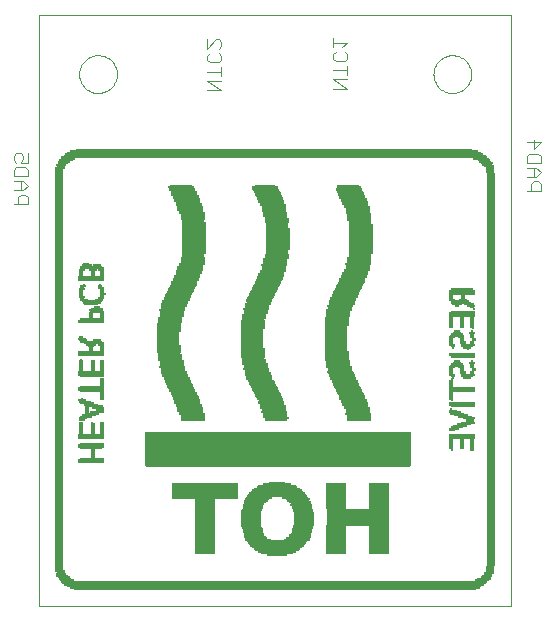
<source format=gbo>
G75*
%MOIN*%
%OFA0B0*%
%FSLAX24Y24*%
%IPPOS*%
%LPD*%
%AMOC8*
5,1,8,0,0,1.08239X$1,22.5*
%
%ADD10C,0.0039*%
%ADD11R,1.3398X0.0050*%
%ADD12R,1.3698X0.0050*%
%ADD13R,1.3848X0.0050*%
%ADD14R,1.4048X0.0050*%
%ADD15R,1.4148X0.0050*%
%ADD16R,1.4248X0.0050*%
%ADD17R,0.0500X0.0050*%
%ADD18R,0.0400X0.0050*%
%ADD19R,0.0450X0.0050*%
%ADD20R,0.0400X0.0050*%
%ADD21R,0.0350X0.0050*%
%ADD22R,0.0400X0.0050*%
%ADD23R,0.0350X0.0050*%
%ADD24R,0.0350X0.0050*%
%ADD25R,0.0300X0.0050*%
%ADD26R,0.0300X0.0050*%
%ADD27R,0.0300X0.0050*%
%ADD28R,0.0250X0.0050*%
%ADD29R,0.0300X0.0050*%
%ADD30R,0.0650X0.0050*%
%ADD31R,0.0650X0.0050*%
%ADD32R,0.1050X0.0050*%
%ADD33R,0.0700X0.0050*%
%ADD34R,0.1250X0.0050*%
%ADD35R,0.0650X0.0050*%
%ADD36R,0.0700X0.0050*%
%ADD37R,0.1450X0.0050*%
%ADD38R,0.0700X0.0050*%
%ADD39R,0.1550X0.0050*%
%ADD40R,0.1700X0.0050*%
%ADD41R,0.1800X0.0050*%
%ADD42R,0.1850X0.0050*%
%ADD43R,0.1950X0.0050*%
%ADD44R,0.2050X0.0050*%
%ADD45R,0.0850X0.0050*%
%ADD46R,0.0750X0.0050*%
%ADD47R,0.0800X0.0050*%
%ADD48R,0.0750X0.0050*%
%ADD49R,0.0750X0.0050*%
%ADD50R,0.0700X0.0050*%
%ADD51R,0.0750X0.0050*%
%ADD52R,0.0700X0.0050*%
%ADD53R,0.0700X0.0050*%
%ADD54R,0.0700X0.0050*%
%ADD55R,0.0650X0.0050*%
%ADD56R,0.2100X0.0050*%
%ADD57R,0.0700X0.0050*%
%ADD58R,0.2100X0.0050*%
%ADD59R,0.2100X0.0050*%
%ADD60R,0.2100X0.0050*%
%ADD61R,0.0800X0.0050*%
%ADD62R,0.0750X0.0050*%
%ADD63R,0.0800X0.0050*%
%ADD64R,0.0800X0.0050*%
%ADD65R,0.2200X0.0050*%
%ADD66R,0.0850X0.0050*%
%ADD67R,0.2050X0.0050*%
%ADD68R,0.2200X0.0050*%
%ADD69R,0.1950X0.0050*%
%ADD70R,0.2200X0.0050*%
%ADD71R,0.1750X0.0050*%
%ADD72R,0.2200X0.0050*%
%ADD73R,0.1650X0.0050*%
%ADD74R,0.1550X0.0050*%
%ADD75R,0.1350X0.0050*%
%ADD76R,0.0950X0.0050*%
%ADD77R,0.0550X0.0050*%
%ADD78R,0.8799X0.0050*%
%ADD79R,0.8899X0.0050*%
%ADD80R,0.0850X0.0050*%
%ADD81R,0.8899X0.0050*%
%ADD82R,0.8899X0.0050*%
%ADD83R,0.0150X0.0050*%
%ADD84R,0.8899X0.0050*%
%ADD85R,0.0150X0.0050*%
%ADD86R,0.0150X0.0050*%
%ADD87R,0.0100X0.0050*%
%ADD88R,0.0150X0.0050*%
%ADD89R,0.0150X0.0050*%
%ADD90R,0.0850X0.0050*%
%ADD91R,0.0150X0.0050*%
%ADD92R,0.0850X0.0050*%
%ADD93R,0.0150X0.0050*%
%ADD94R,0.0200X0.0050*%
%ADD95R,0.0350X0.0050*%
%ADD96R,0.0450X0.0050*%
%ADD97R,0.0100X0.0050*%
%ADD98R,0.0200X0.0050*%
%ADD99R,0.0800X0.0050*%
%ADD100R,0.0800X0.0050*%
%ADD101R,0.0800X0.0050*%
%ADD102R,0.0400X0.0050*%
%ADD103R,0.0800X0.0050*%
%ADD104R,0.0450X0.0050*%
%ADD105R,0.0500X0.0050*%
%ADD106R,0.0500X0.0050*%
%ADD107R,0.0450X0.0050*%
%ADD108R,0.0850X0.0050*%
%ADD109R,0.0250X0.0050*%
%ADD110R,0.0250X0.0050*%
%ADD111R,0.0850X0.0050*%
%ADD112R,0.0050X0.0050*%
%ADD113R,0.0600X0.0050*%
%ADD114R,0.0450X0.0050*%
%ADD115R,0.0850X0.0050*%
%ADD116R,0.0250X0.0050*%
%ADD117R,0.0100X0.0050*%
%ADD118R,0.0100X0.0050*%
%ADD119R,0.0900X0.0050*%
%ADD120R,0.0900X0.0050*%
%ADD121R,0.0900X0.0050*%
%ADD122R,0.0900X0.0050*%
%ADD123R,0.0900X0.0050*%
%ADD124R,0.0100X0.0050*%
%ADD125R,0.0050X0.0050*%
%ADD126R,0.0200X0.0050*%
%ADD127R,0.0900X0.0050*%
%ADD128R,0.0200X0.0050*%
%ADD129R,0.0200X0.0050*%
%ADD130R,0.0150X0.0050*%
%ADD131R,0.0200X0.0050*%
%ADD132R,0.0450X0.0050*%
%ADD133R,0.0050X0.0050*%
%ADD134R,0.0050X0.0050*%
%ADD135R,0.0200X0.0050*%
%ADD136R,0.0200X0.0050*%
%ADD137R,0.0750X0.0050*%
%ADD138R,0.0400X0.0050*%
%ADD139R,0.0500X0.0050*%
%ADD140R,0.0450X0.0050*%
%ADD141R,0.0600X0.0050*%
%ADD142R,0.0600X0.0050*%
%ADD143R,0.0250X0.0050*%
%ADD144R,0.0750X0.0050*%
%ADD145R,0.0400X0.0050*%
%ADD146R,0.0550X0.0050*%
%ADD147R,1.4098X0.0050*%
%ADD148R,1.3948X0.0050*%
%ADD149R,1.3648X0.0050*%
%ADD150R,1.3248X0.0050*%
%ADD151C,0.0040*%
%ADD152C,0.0000*%
D10*
X001158Y000120D02*
X016906Y000120D01*
X016906Y019805D01*
X001158Y019805D01*
X001158Y000120D01*
D11*
X009032Y000670D03*
D12*
X009032Y000720D03*
D13*
X009007Y000770D03*
X009007Y015218D03*
D14*
X009007Y000820D03*
D15*
X009007Y000870D03*
D16*
X009007Y000920D03*
X009007Y015068D03*
D17*
X002133Y015018D03*
X002083Y000970D03*
X015332Y006169D03*
X015932Y000970D03*
D18*
X015482Y006369D03*
X015082Y008169D03*
X015432Y008769D03*
X003133Y006719D03*
X002033Y001020D03*
D19*
X002058Y014968D03*
X016007Y001020D03*
D20*
X015082Y006069D03*
X016032Y014918D03*
X002683Y006919D03*
X001983Y001070D03*
X001983Y014918D03*
D21*
X002908Y008819D03*
X015107Y010168D03*
X015507Y010168D03*
X016157Y014768D03*
X016157Y001220D03*
X016057Y001070D03*
D22*
X015432Y007769D03*
X016082Y014868D03*
X001933Y001120D03*
D23*
X001958Y014868D03*
X016107Y001120D03*
D24*
X016107Y014818D03*
X002758Y011468D03*
X001858Y014718D03*
X001908Y014818D03*
X001858Y001270D03*
X001908Y001170D03*
D25*
X001833Y001370D03*
X001833Y001520D03*
X001833Y001869D03*
X001833Y002019D03*
X001833Y002119D03*
X001833Y002219D03*
X001833Y002369D03*
X001833Y002469D03*
X001833Y002619D03*
X001833Y002969D03*
X001833Y003069D03*
X001833Y003219D03*
X001833Y003319D03*
X001833Y003469D03*
X001833Y003569D03*
X001833Y003919D03*
X001833Y004069D03*
X001833Y004169D03*
X001833Y004319D03*
X001833Y004419D03*
X001833Y004519D03*
X001833Y004669D03*
X001833Y005019D03*
X001833Y005169D03*
X001833Y005269D03*
X001833Y005369D03*
X001833Y005519D03*
X001833Y005619D03*
X001833Y005769D03*
X001833Y006119D03*
X001833Y006219D03*
X001833Y006369D03*
X001833Y006469D03*
X001833Y006619D03*
X001833Y006719D03*
X001833Y007069D03*
X001833Y007219D03*
X001833Y007319D03*
X001833Y007469D03*
X001833Y007569D03*
X001833Y007669D03*
X001833Y007819D03*
X001833Y008169D03*
X001833Y008319D03*
X001833Y008419D03*
X001833Y008519D03*
X001833Y008669D03*
X001833Y008769D03*
X001833Y008919D03*
X001833Y009269D03*
X001833Y009369D03*
X001833Y009519D03*
X001833Y009618D03*
X001833Y009768D03*
X001833Y009868D03*
X001833Y010218D03*
X001833Y010368D03*
X001833Y010468D03*
X001833Y010618D03*
X001833Y010718D03*
X001833Y010818D03*
X001833Y010968D03*
X001833Y011318D03*
X001833Y011468D03*
X001833Y011568D03*
X001833Y011668D03*
X001833Y011818D03*
X001833Y011918D03*
X001833Y012068D03*
X001833Y012418D03*
X001833Y012518D03*
X001833Y012668D03*
X001833Y012768D03*
X001833Y012918D03*
X001833Y013018D03*
X001833Y013368D03*
X001833Y013518D03*
X001833Y013618D03*
X001833Y013768D03*
X001833Y013868D03*
X001833Y013968D03*
X001833Y014118D03*
X001833Y014468D03*
X001833Y014618D03*
X003183Y006619D03*
X002633Y006369D03*
X016132Y001170D03*
X016182Y001270D03*
X016182Y001370D03*
X016232Y001520D03*
X016232Y001869D03*
X016232Y002019D03*
X016232Y002119D03*
X016232Y002219D03*
X016232Y002369D03*
X016232Y002469D03*
X016232Y002619D03*
X016232Y002969D03*
X016232Y003069D03*
X016232Y003219D03*
X016232Y003319D03*
X016232Y003469D03*
X016232Y003569D03*
X016232Y003919D03*
X016232Y004069D03*
X016232Y004169D03*
X016232Y004319D03*
X016232Y004419D03*
X016232Y004519D03*
X016232Y004669D03*
X016232Y005019D03*
X016232Y005169D03*
X016232Y005269D03*
X016232Y005369D03*
X016232Y005519D03*
X016232Y005619D03*
X016232Y005769D03*
X016232Y006119D03*
X016232Y006219D03*
X016232Y006369D03*
X016232Y006469D03*
X016232Y006619D03*
X016232Y006719D03*
X016232Y007069D03*
X016232Y007219D03*
X016232Y007319D03*
X016232Y007469D03*
X016232Y007569D03*
X016232Y007669D03*
X016232Y007819D03*
X016232Y008169D03*
X016232Y008319D03*
X016232Y008419D03*
X016232Y008519D03*
X016232Y008669D03*
X016232Y008769D03*
X016232Y008919D03*
X016232Y009269D03*
X016232Y009369D03*
X016232Y009519D03*
X016232Y009618D03*
X016232Y009768D03*
X016232Y009868D03*
X016232Y010218D03*
X016232Y010368D03*
X016232Y010468D03*
X016232Y010618D03*
X016232Y010718D03*
X016232Y010818D03*
X016232Y010968D03*
X016232Y011318D03*
X016232Y011468D03*
X016232Y011568D03*
X016232Y011668D03*
X016232Y011818D03*
X016232Y011918D03*
X016232Y012068D03*
X016232Y012418D03*
X016232Y012518D03*
X016232Y012668D03*
X016232Y012768D03*
X016232Y012918D03*
X016232Y013018D03*
X016232Y013368D03*
X016232Y013518D03*
X016232Y013618D03*
X016232Y013768D03*
X016232Y013868D03*
X016232Y013968D03*
X016232Y014118D03*
X016232Y014468D03*
X016182Y014618D03*
X016182Y014718D03*
D26*
X016232Y014418D03*
X016232Y014318D03*
X016232Y014268D03*
X016232Y014168D03*
X016232Y014018D03*
X016232Y013818D03*
X016232Y013668D03*
X016232Y013468D03*
X016232Y013318D03*
X016232Y013218D03*
X016232Y013168D03*
X016232Y013068D03*
X016232Y012868D03*
X016232Y012718D03*
X016232Y012568D03*
X016232Y012368D03*
X016232Y012268D03*
X016232Y012218D03*
X016232Y012118D03*
X016232Y011968D03*
X016232Y011768D03*
X016232Y011618D03*
X016232Y011418D03*
X016232Y011268D03*
X016232Y011168D03*
X016232Y011118D03*
X016232Y011018D03*
X016232Y010868D03*
X016232Y010668D03*
X016232Y010518D03*
X016232Y010318D03*
X016232Y010168D03*
X016232Y010068D03*
X016232Y010018D03*
X016232Y009918D03*
X016232Y009718D03*
X016232Y009569D03*
X016232Y009419D03*
X016232Y009219D03*
X016232Y009119D03*
X016232Y009069D03*
X016232Y008969D03*
X016232Y008819D03*
X016232Y008619D03*
X016232Y008469D03*
X016232Y008269D03*
X016232Y008119D03*
X016232Y008019D03*
X016232Y007969D03*
X016232Y007869D03*
X016232Y007719D03*
X016232Y007519D03*
X016232Y007369D03*
X016232Y007169D03*
X016232Y007019D03*
X016232Y006919D03*
X016232Y006869D03*
X016232Y006769D03*
X016232Y006569D03*
X016232Y006419D03*
X016232Y006269D03*
X016232Y006069D03*
X016232Y005969D03*
X016232Y005919D03*
X016232Y005819D03*
X016232Y005669D03*
X016232Y005469D03*
X016232Y005319D03*
X016232Y005119D03*
X016232Y004969D03*
X016232Y004869D03*
X016232Y004819D03*
X016232Y004719D03*
X016232Y004569D03*
X016232Y004369D03*
X016232Y004219D03*
X016232Y004019D03*
X016232Y003869D03*
X016232Y003769D03*
X016232Y003719D03*
X016232Y003619D03*
X016232Y003419D03*
X016232Y003269D03*
X016232Y003119D03*
X016232Y002919D03*
X016232Y002819D03*
X016232Y002769D03*
X016232Y002669D03*
X016232Y002519D03*
X016232Y002319D03*
X016232Y002169D03*
X016232Y001969D03*
X016232Y001819D03*
X016232Y001719D03*
X016232Y001669D03*
X016232Y001570D03*
X015532Y006269D03*
X015432Y007719D03*
X015082Y009219D03*
X002633Y008969D03*
X001833Y008969D03*
X001833Y009069D03*
X001833Y009119D03*
X001833Y009219D03*
X001833Y009419D03*
X001833Y009569D03*
X001833Y009718D03*
X001833Y009918D03*
X001833Y010018D03*
X001833Y010068D03*
X001833Y010168D03*
X001833Y010318D03*
X001833Y010518D03*
X001833Y010668D03*
X001833Y010868D03*
X001833Y011018D03*
X001833Y011118D03*
X001833Y011168D03*
X001833Y011268D03*
X001833Y011418D03*
X001833Y011618D03*
X001833Y011768D03*
X001833Y011968D03*
X001833Y012118D03*
X001833Y012218D03*
X001833Y012268D03*
X001833Y012368D03*
X001833Y012568D03*
X001833Y012718D03*
X001833Y012868D03*
X001833Y013068D03*
X001833Y013168D03*
X001833Y013218D03*
X001833Y013318D03*
X001833Y013468D03*
X001833Y013668D03*
X001833Y013818D03*
X001833Y014018D03*
X001833Y014168D03*
X001833Y014268D03*
X001833Y014318D03*
X001833Y014418D03*
X001833Y014568D03*
X001883Y014768D03*
X001833Y008819D03*
X001833Y008619D03*
X001833Y008469D03*
X001833Y008269D03*
X001833Y008119D03*
X001833Y008019D03*
X001833Y007969D03*
X001833Y007869D03*
X001833Y007719D03*
X001833Y007519D03*
X001833Y007369D03*
X001833Y007169D03*
X001833Y007019D03*
X001833Y006919D03*
X001833Y006869D03*
X001833Y006769D03*
X001833Y006569D03*
X001833Y006419D03*
X001833Y006269D03*
X001833Y006069D03*
X001833Y005969D03*
X001833Y005919D03*
X001833Y005819D03*
X001833Y005669D03*
X001833Y005469D03*
X001833Y005319D03*
X001833Y005119D03*
X001833Y004969D03*
X001833Y004869D03*
X001833Y004819D03*
X001833Y004719D03*
X001833Y004569D03*
X001833Y004369D03*
X001833Y004219D03*
X001833Y004019D03*
X001833Y003869D03*
X001833Y003769D03*
X001833Y003719D03*
X001833Y003619D03*
X001833Y003419D03*
X001833Y003269D03*
X001833Y003119D03*
X001833Y002919D03*
X001833Y002819D03*
X001833Y002769D03*
X001833Y002669D03*
X001833Y002519D03*
X001833Y002319D03*
X001833Y002169D03*
X001833Y001969D03*
X001833Y001819D03*
X001833Y001719D03*
X001833Y001669D03*
X001833Y001570D03*
X001833Y001420D03*
X001883Y001220D03*
D27*
X001833Y001320D03*
X001833Y001470D03*
X001833Y001919D03*
X001833Y002069D03*
X001833Y002269D03*
X001833Y002419D03*
X001833Y002569D03*
X001833Y003019D03*
X001833Y003169D03*
X001833Y003369D03*
X001833Y003519D03*
X001833Y003969D03*
X001833Y004119D03*
X001833Y004269D03*
X001833Y004469D03*
X001833Y004619D03*
X001833Y005069D03*
X001833Y005219D03*
X001833Y005419D03*
X001833Y005569D03*
X001833Y005719D03*
X001833Y006169D03*
X001833Y006319D03*
X001833Y006519D03*
X001833Y006669D03*
X001833Y007119D03*
X001833Y007269D03*
X001833Y007419D03*
X001833Y007619D03*
X001833Y007769D03*
X001833Y008219D03*
X001833Y008369D03*
X001833Y008569D03*
X001833Y008719D03*
X001833Y008869D03*
X001833Y009319D03*
X001833Y009469D03*
X001833Y009668D03*
X001833Y009818D03*
X001833Y010268D03*
X001833Y010418D03*
X001833Y010568D03*
X001833Y010768D03*
X001833Y010918D03*
X001833Y011368D03*
X001833Y011518D03*
X001833Y011718D03*
X001833Y011868D03*
X001833Y012018D03*
X001833Y012468D03*
X001833Y012618D03*
X001833Y012818D03*
X001833Y012968D03*
X001833Y013418D03*
X001833Y013568D03*
X001833Y013718D03*
X001833Y013918D03*
X001833Y014068D03*
X001833Y014518D03*
X001833Y014668D03*
X015082Y008219D03*
X015432Y008719D03*
X016232Y008719D03*
X016232Y008869D03*
X016232Y008569D03*
X016232Y008369D03*
X016232Y008219D03*
X016232Y007769D03*
X016232Y007619D03*
X016232Y007419D03*
X016232Y007269D03*
X016232Y007119D03*
X016232Y006669D03*
X016232Y006519D03*
X016232Y006319D03*
X016232Y006169D03*
X016232Y005719D03*
X016232Y005569D03*
X016232Y005419D03*
X016232Y005219D03*
X016232Y005069D03*
X016232Y004619D03*
X016232Y004469D03*
X016232Y004269D03*
X016232Y004119D03*
X016232Y003969D03*
X016232Y003519D03*
X016232Y003369D03*
X016232Y003169D03*
X016232Y003019D03*
X016232Y002569D03*
X016232Y002419D03*
X016232Y002269D03*
X016232Y002069D03*
X016232Y001919D03*
X016232Y001470D03*
X016182Y001320D03*
X015532Y006319D03*
X016232Y009319D03*
X016232Y009469D03*
X016232Y009668D03*
X016232Y009818D03*
X016232Y010268D03*
X016232Y010418D03*
X016232Y010568D03*
X016232Y010768D03*
X016232Y010918D03*
X016232Y011368D03*
X016232Y011518D03*
X016232Y011718D03*
X016232Y011868D03*
X016232Y012018D03*
X016232Y012468D03*
X016232Y012618D03*
X016232Y012818D03*
X016232Y012968D03*
X016232Y013418D03*
X016232Y013568D03*
X016232Y013718D03*
X016232Y013918D03*
X016232Y014068D03*
X016232Y014518D03*
X016182Y014668D03*
D28*
X016207Y014568D03*
X016207Y001420D03*
X003108Y008969D03*
X003158Y010318D03*
X002658Y010318D03*
D29*
X001833Y010118D03*
X001833Y009968D03*
X001833Y009169D03*
X001833Y009019D03*
X001833Y008069D03*
X001833Y007919D03*
X001833Y006969D03*
X001833Y006819D03*
X001833Y006019D03*
X001833Y005869D03*
X001833Y004919D03*
X001833Y004769D03*
X001833Y003819D03*
X001833Y003669D03*
X001833Y002869D03*
X001833Y002719D03*
X001833Y001769D03*
X001833Y001619D03*
X001833Y011068D03*
X001833Y011218D03*
X001833Y012168D03*
X001833Y012318D03*
X001833Y013118D03*
X001833Y013268D03*
X001833Y014218D03*
X001833Y014368D03*
X016232Y014368D03*
X016232Y014218D03*
X016232Y013268D03*
X016232Y013118D03*
X016232Y012318D03*
X016232Y012168D03*
X016232Y011218D03*
X016232Y011068D03*
X016232Y010118D03*
X016232Y009968D03*
X016232Y009169D03*
X016232Y009019D03*
X016232Y008069D03*
X016232Y007919D03*
X016232Y006969D03*
X016232Y006819D03*
X016232Y006019D03*
X016232Y005869D03*
X016232Y004919D03*
X016232Y004769D03*
X016232Y003819D03*
X016232Y003669D03*
X016232Y002869D03*
X016232Y002719D03*
X016232Y001769D03*
X016232Y001619D03*
D30*
X012507Y001969D03*
X012507Y002169D03*
X012507Y002319D03*
X012507Y002519D03*
X012507Y002669D03*
X012507Y002769D03*
X012507Y003419D03*
X012507Y003619D03*
X012507Y003719D03*
X012507Y003769D03*
X012507Y003869D03*
X012507Y004019D03*
X011057Y004019D03*
X011057Y003869D03*
X011057Y003769D03*
X011057Y003719D03*
X011057Y003619D03*
X011057Y003419D03*
X011057Y002769D03*
X011057Y002669D03*
X011057Y002519D03*
X011057Y002319D03*
X011057Y002169D03*
X011057Y001969D03*
X009957Y002769D03*
X009957Y003269D03*
X009107Y001819D03*
D31*
X008257Y003319D03*
X009957Y003319D03*
X011057Y003469D03*
X011057Y003569D03*
X011057Y003919D03*
X011057Y004069D03*
X011057Y004169D03*
X011057Y002619D03*
X011057Y002469D03*
X011057Y002369D03*
X011057Y002219D03*
X011057Y002119D03*
X011057Y002019D03*
X011057Y001869D03*
X012507Y001869D03*
X012507Y002019D03*
X012507Y002119D03*
X012507Y002219D03*
X012507Y002369D03*
X012507Y002469D03*
X012507Y002619D03*
X012507Y003469D03*
X012507Y003569D03*
X012507Y003919D03*
X012507Y004069D03*
X012507Y004169D03*
X006708Y001869D03*
D32*
X009107Y001869D03*
D33*
X008232Y003019D03*
X008232Y003169D03*
X006683Y003169D03*
X006683Y003019D03*
X006683Y003369D03*
X006683Y003519D03*
X006683Y002569D03*
X006683Y002419D03*
X006683Y002269D03*
X006683Y002069D03*
X006683Y001919D03*
D34*
X009107Y001919D03*
X009107Y004119D03*
D35*
X011057Y004119D03*
X011057Y003969D03*
X011057Y003519D03*
X011057Y003369D03*
X011057Y002569D03*
X011057Y002419D03*
X011057Y002269D03*
X011057Y002069D03*
X011057Y001919D03*
X012507Y001919D03*
X012507Y002069D03*
X012507Y002269D03*
X012507Y002419D03*
X012507Y002569D03*
X012507Y003369D03*
X012507Y003519D03*
X012507Y003969D03*
X012507Y004119D03*
D36*
X008232Y003269D03*
X008232Y003119D03*
X008232Y002919D03*
X008232Y002819D03*
X008232Y002769D03*
X006683Y002769D03*
X006683Y002819D03*
X006683Y002919D03*
X006683Y003119D03*
X006683Y003269D03*
X006683Y003419D03*
X006683Y003619D03*
X006683Y002669D03*
X006683Y002519D03*
X006683Y002319D03*
X006683Y002169D03*
X006683Y001969D03*
D37*
X009107Y001969D03*
D38*
X008232Y002969D03*
X008232Y003069D03*
X008232Y003219D03*
X006683Y003219D03*
X006683Y003319D03*
X006683Y003469D03*
X006683Y003569D03*
X006683Y003069D03*
X006683Y002969D03*
X006683Y002619D03*
X006683Y002469D03*
X006683Y002369D03*
X006683Y002219D03*
X006683Y002119D03*
X006683Y002019D03*
D39*
X009107Y002019D03*
D40*
X009082Y002069D03*
D41*
X009082Y002119D03*
D42*
X009107Y002169D03*
X009107Y003869D03*
D43*
X009107Y002219D03*
D44*
X009107Y002269D03*
D45*
X009757Y002319D03*
X008457Y002319D03*
X008507Y003719D03*
X008957Y006769D03*
X008907Y006869D03*
X008907Y006919D03*
X008857Y007019D03*
X008607Y007519D03*
X008507Y007719D03*
X008457Y007869D03*
X008457Y010168D03*
X008507Y010318D03*
X008607Y010518D03*
X008857Y011018D03*
X008907Y011118D03*
X008907Y011168D03*
X008957Y011268D03*
X008957Y013468D03*
X008857Y013668D03*
X008807Y013818D03*
X006258Y013218D03*
X006108Y013668D03*
X006008Y013818D03*
X006108Y011118D03*
X006058Y011018D03*
X005758Y010318D03*
X005658Y010168D03*
X005658Y007869D03*
X005758Y007719D03*
X006008Y007169D03*
X006058Y007019D03*
X006108Y006919D03*
X006108Y006869D03*
X002908Y007369D03*
X002908Y007869D03*
X002908Y008469D03*
X002908Y009569D03*
X002908Y011018D03*
X002908Y005819D03*
X002908Y005469D03*
X002908Y004969D03*
X011307Y007719D03*
X011457Y007369D03*
X011607Y007019D03*
X011657Y006919D03*
X011707Y006869D03*
X011307Y010318D03*
X011457Y010668D03*
X011607Y011018D03*
X011657Y011118D03*
X011707Y011168D03*
X011657Y013668D03*
X015257Y010518D03*
X015257Y008469D03*
X015257Y007369D03*
X015257Y006869D03*
X015257Y005819D03*
D46*
X009907Y003469D03*
X008357Y003569D03*
X008407Y002369D03*
X005508Y008519D03*
X009107Y011918D03*
X009107Y012768D03*
X011457Y014118D03*
X011857Y012918D03*
X011857Y011818D03*
X005908Y014118D03*
D47*
X006283Y013018D03*
X006333Y012768D03*
X006333Y012668D03*
X006333Y012518D03*
X006333Y012418D03*
X006333Y012068D03*
X006333Y011918D03*
X006283Y011668D03*
X006283Y011568D03*
X005483Y009519D03*
X005483Y009369D03*
X005483Y009269D03*
X005483Y008769D03*
X005483Y008669D03*
X006283Y006469D03*
X006283Y006369D03*
X008282Y008419D03*
X008282Y008519D03*
X008282Y008669D03*
X008282Y009369D03*
X008282Y009519D03*
X008282Y009618D03*
X008482Y010218D03*
X009132Y012068D03*
X009132Y012418D03*
X009132Y012518D03*
X009132Y012668D03*
X008932Y013518D03*
X011782Y013368D03*
X011782Y011468D03*
X011132Y009868D03*
X011132Y009768D03*
X011082Y009618D03*
X011082Y009519D03*
X011082Y008519D03*
X011082Y008419D03*
X011082Y008319D03*
X011132Y008169D03*
X011782Y006619D03*
X009782Y002369D03*
X002933Y005019D03*
X002933Y005519D03*
D48*
X008307Y008369D03*
X008307Y009668D03*
X009107Y011868D03*
X009107Y012818D03*
X009057Y006319D03*
X008357Y002419D03*
D49*
X009857Y002419D03*
X011057Y008719D03*
X011057Y008869D03*
X011057Y009319D03*
X008257Y009319D03*
X008257Y008869D03*
X008257Y008719D03*
X005458Y008869D03*
X006308Y012968D03*
D50*
X008682Y014118D03*
X015232Y010218D03*
X009982Y003219D03*
X009982Y003069D03*
X009982Y002969D03*
X009932Y002619D03*
X008332Y002469D03*
X008282Y002619D03*
X008282Y003469D03*
D51*
X009857Y003569D03*
X009857Y002469D03*
X011057Y008669D03*
X011057Y008769D03*
X011057Y008919D03*
X011057Y009269D03*
X011057Y009369D03*
X008257Y009269D03*
X008257Y008919D03*
X008257Y008769D03*
X005458Y008919D03*
X002908Y008919D03*
X002908Y005369D03*
X006308Y011818D03*
X006308Y012918D03*
D52*
X008282Y003419D03*
X008282Y002669D03*
X008332Y002519D03*
X009882Y002519D03*
X009932Y002669D03*
X009982Y002819D03*
X009982Y002919D03*
X009982Y003119D03*
X009932Y003419D03*
D53*
X009932Y003369D03*
X009882Y003519D03*
X009982Y003169D03*
X009982Y003019D03*
X009932Y002569D03*
X008282Y002569D03*
X008282Y003369D03*
X008332Y003519D03*
X002983Y008869D03*
X002933Y010268D03*
D54*
X006683Y003669D03*
X006683Y002869D03*
X006683Y002719D03*
X008232Y002869D03*
D55*
X008257Y002719D03*
X009957Y002719D03*
X011057Y002719D03*
X011057Y003669D03*
X011057Y003819D03*
X012507Y003819D03*
X012507Y003669D03*
X012507Y002719D03*
D56*
X011782Y002819D03*
X011782Y002919D03*
X011782Y003119D03*
X011782Y003269D03*
D57*
X009982Y002869D03*
D58*
X011782Y002869D03*
D59*
X011782Y002969D03*
X011782Y003069D03*
X011782Y003219D03*
X011782Y003319D03*
D60*
X011782Y003169D03*
X011782Y003019D03*
D61*
X011832Y006419D03*
X011182Y007969D03*
X011182Y008019D03*
X011182Y010018D03*
X011182Y010068D03*
X011832Y011618D03*
X011882Y011968D03*
X011882Y012118D03*
X011882Y012218D03*
X011882Y012268D03*
X011882Y012368D03*
X011882Y012568D03*
X011882Y012718D03*
X011832Y013068D03*
X011832Y013168D03*
X009082Y011768D03*
X009032Y011618D03*
X008982Y011418D03*
X008432Y010068D03*
X008382Y009918D03*
X008332Y009718D03*
X008332Y008269D03*
X008382Y008119D03*
X008432Y007969D03*
X009032Y006419D03*
X008382Y003619D03*
X006233Y006569D03*
X005633Y007969D03*
X005633Y008019D03*
X005583Y008119D03*
X005583Y008269D03*
X005533Y008469D03*
X005533Y009569D03*
X005533Y009718D03*
X005583Y009918D03*
X005633Y010018D03*
X005633Y010068D03*
X006133Y011168D03*
X009032Y013168D03*
X009032Y013218D03*
X008982Y013318D03*
X015282Y009918D03*
X015282Y006769D03*
D62*
X011057Y008619D03*
X011057Y008819D03*
X011057Y008969D03*
X011057Y009069D03*
X011057Y009119D03*
X011057Y009219D03*
X011057Y009419D03*
X008257Y009219D03*
X008257Y009119D03*
X008257Y009069D03*
X008257Y008969D03*
X008257Y008819D03*
X005458Y008819D03*
X005458Y008969D03*
X005458Y009069D03*
X005458Y009119D03*
X005458Y009219D03*
X006308Y011768D03*
X002908Y011418D03*
X009807Y003619D03*
D63*
X008432Y003669D03*
X008432Y007919D03*
X008382Y008069D03*
X008382Y009968D03*
X008432Y010118D03*
X009032Y013118D03*
X008982Y013268D03*
X006233Y013268D03*
X011832Y013118D03*
X011882Y012318D03*
X011882Y012168D03*
D64*
X011782Y013268D03*
X009132Y012318D03*
X009132Y012168D03*
X008932Y011218D03*
X006333Y012168D03*
X006333Y012318D03*
X006283Y013118D03*
X008882Y006969D03*
X008932Y006819D03*
X009782Y003669D03*
D65*
X006683Y003719D03*
X006683Y003769D03*
X006683Y003869D03*
X006683Y004019D03*
D66*
X006158Y006769D03*
X005908Y007369D03*
X008407Y008019D03*
X009007Y006569D03*
X011557Y007169D03*
X011257Y010168D03*
X011557Y010868D03*
X011557Y013818D03*
X008707Y014018D03*
X006208Y013318D03*
X006158Y013468D03*
X006208Y011418D03*
X006158Y011268D03*
X005908Y010668D03*
X008407Y010018D03*
X009707Y003719D03*
D67*
X009107Y003769D03*
D68*
X006683Y003819D03*
D69*
X009107Y003819D03*
D70*
X006683Y003919D03*
X006683Y004069D03*
X006683Y004169D03*
D71*
X009107Y003919D03*
D72*
X006683Y003969D03*
X006683Y004119D03*
D73*
X009107Y003969D03*
D74*
X009107Y004019D03*
D75*
X009107Y004069D03*
D76*
X009107Y004169D03*
D77*
X009107Y004219D03*
D78*
X009132Y004769D03*
D79*
X009132Y004819D03*
X009132Y004869D03*
X009132Y004969D03*
X009132Y005119D03*
X009132Y005319D03*
X009132Y005469D03*
X009132Y005669D03*
X009132Y005819D03*
D80*
X011157Y008069D03*
X011657Y006969D03*
X011707Y006819D03*
X011157Y009968D03*
X011657Y011068D03*
X011707Y011218D03*
X008857Y011068D03*
X006108Y011068D03*
X005658Y010118D03*
X005658Y007919D03*
X006108Y006969D03*
X002908Y007919D03*
X002908Y004919D03*
X002908Y011068D03*
X015257Y006819D03*
D81*
X009132Y005869D03*
X009132Y004919D03*
D82*
X009132Y005019D03*
X009132Y005169D03*
X009132Y005269D03*
X009132Y005369D03*
X009132Y005519D03*
X009132Y005619D03*
X009132Y005769D03*
D83*
X014907Y005569D03*
X014907Y005419D03*
X014907Y007119D03*
X014907Y007419D03*
X014907Y007619D03*
X014907Y008869D03*
X014907Y009469D03*
X014907Y009668D03*
X014907Y010418D03*
X003258Y010418D03*
X003258Y010568D03*
X003208Y010768D03*
X002558Y010568D03*
X002908Y009818D03*
X003258Y009818D03*
X003258Y008719D03*
X002908Y008719D03*
X002958Y008219D03*
X003258Y008219D03*
X003258Y007619D03*
X003258Y007119D03*
X003258Y006169D03*
X002958Y006169D03*
X002558Y006169D03*
X002958Y005219D03*
X002958Y005069D03*
X002558Y008219D03*
D84*
X009132Y005719D03*
X009132Y005569D03*
X009132Y005419D03*
X009132Y005219D03*
X009132Y005069D03*
D85*
X014907Y005469D03*
X014907Y005669D03*
X014907Y007019D03*
X014907Y007169D03*
X014907Y007519D03*
X014907Y007869D03*
X014907Y007969D03*
X014907Y008019D03*
X014907Y008969D03*
X014907Y009419D03*
X014907Y009569D03*
X014907Y009718D03*
X003258Y009718D03*
X002908Y009718D03*
X002558Y009069D03*
X002908Y008619D03*
X003258Y008619D03*
X003258Y008269D03*
X003258Y008119D03*
X003258Y008019D03*
X003258Y007969D03*
X002958Y007969D03*
X002958Y008019D03*
X002958Y008119D03*
X002958Y008269D03*
X002558Y008269D03*
X002558Y008119D03*
X002558Y008019D03*
X002558Y007969D03*
X003258Y007519D03*
X003258Y007169D03*
X003258Y007019D03*
X003258Y006069D03*
X003258Y005969D03*
X003258Y005919D03*
X002958Y005919D03*
X002958Y005969D03*
X002958Y006069D03*
X002558Y006069D03*
X002558Y005969D03*
X002558Y005919D03*
X002958Y005319D03*
X002958Y005119D03*
X002558Y010518D03*
X002558Y011118D03*
X002558Y011168D03*
X002558Y011268D03*
X002958Y011268D03*
X002958Y011168D03*
X002958Y011118D03*
X003258Y011118D03*
X003258Y011168D03*
X003258Y011268D03*
X003258Y010668D03*
D86*
X003258Y010618D03*
X003258Y010468D03*
X003258Y009868D03*
X003258Y009768D03*
X002908Y009768D03*
X002908Y009868D03*
X002608Y010368D03*
X002558Y010468D03*
X002558Y010618D03*
X002608Y010718D03*
X003258Y008769D03*
X003258Y008669D03*
X002908Y008669D03*
X002958Y008169D03*
X003258Y008169D03*
X003258Y007669D03*
X003258Y007569D03*
X003258Y007469D03*
X003258Y007219D03*
X003258Y007069D03*
X003258Y006219D03*
X003258Y006119D03*
X002958Y006119D03*
X002558Y006119D03*
X002558Y006219D03*
X002958Y005269D03*
X002958Y005169D03*
X002558Y008169D03*
X014907Y007569D03*
X014907Y007469D03*
X014907Y007219D03*
X014907Y007069D03*
X014907Y005619D03*
X014907Y005519D03*
X014907Y005369D03*
X014907Y008919D03*
X014907Y009519D03*
X014907Y009618D03*
X014907Y010368D03*
X014907Y010468D03*
D87*
X015582Y008269D03*
X014932Y005319D03*
D88*
X015257Y005469D03*
X015257Y005669D03*
X015607Y005669D03*
X015607Y005469D03*
X015607Y005319D03*
X015607Y007869D03*
X015657Y007969D03*
X015657Y008019D03*
X015607Y008119D03*
X015257Y008019D03*
X015257Y007969D03*
X015257Y008969D03*
X015607Y009069D03*
X015607Y009119D03*
X015657Y008969D03*
X015607Y009419D03*
X015607Y009569D03*
X015607Y009718D03*
X015257Y009718D03*
X015257Y009569D03*
X015257Y009419D03*
X015607Y010068D03*
X002758Y006569D03*
D89*
X002758Y006619D03*
X002758Y006719D03*
X014957Y008769D03*
X015607Y008919D03*
X015607Y009519D03*
X015607Y009618D03*
X015257Y009618D03*
X015257Y009519D03*
X015307Y010368D03*
X015307Y010468D03*
X015607Y008169D03*
X015607Y005619D03*
X015607Y005519D03*
X015607Y005369D03*
X015257Y005369D03*
X015257Y005519D03*
X015257Y005619D03*
D90*
X015257Y005719D03*
X015257Y007269D03*
X015257Y009818D03*
X015257Y010568D03*
X011807Y011518D03*
X011407Y010568D03*
X011357Y010418D03*
X008807Y010918D03*
X008557Y010418D03*
X008507Y010268D03*
X006258Y011518D03*
X006008Y010918D03*
X005958Y010768D03*
X005708Y010268D03*
X005708Y007769D03*
X006258Y006519D03*
X008507Y007769D03*
X008557Y007619D03*
X008657Y007419D03*
X008807Y007119D03*
X011357Y007619D03*
X011807Y006519D03*
X011757Y013418D03*
X011707Y013568D03*
X011607Y013718D03*
X008907Y013568D03*
X008857Y013718D03*
X006058Y013718D03*
X002908Y008569D03*
X002908Y005719D03*
X002908Y005419D03*
D91*
X002758Y006669D03*
X014957Y007769D03*
X015607Y008869D03*
X015607Y009469D03*
X015607Y009668D03*
X015257Y009668D03*
X015257Y009469D03*
X015307Y010418D03*
X015257Y005569D03*
X015257Y005419D03*
X015607Y005419D03*
X015607Y005569D03*
D92*
X015257Y005769D03*
X015257Y007319D03*
X015257Y008519D03*
X015257Y009768D03*
X015257Y009868D03*
X015257Y010618D03*
X011757Y011318D03*
X011607Y010968D03*
X011357Y010468D03*
X011307Y010368D03*
X011307Y007669D03*
X011357Y007569D03*
X011407Y007469D03*
X011607Y007069D03*
X011757Y006719D03*
X008957Y006719D03*
X008507Y007669D03*
X008457Y007819D03*
X006058Y007069D03*
X005808Y007569D03*
X005758Y007669D03*
X005708Y007819D03*
X005708Y010218D03*
X005758Y010368D03*
X005808Y010468D03*
X006058Y010968D03*
X006108Y013618D03*
X006058Y013768D03*
X008907Y013618D03*
X011607Y013768D03*
X011657Y013618D03*
X011707Y013518D03*
X008657Y010618D03*
X002908Y010968D03*
X002908Y009618D03*
X002908Y008519D03*
X002908Y007819D03*
X002908Y007319D03*
X002908Y005769D03*
D93*
X002958Y005869D03*
X002958Y006019D03*
X003258Y006019D03*
X003258Y005869D03*
X002558Y005869D03*
X002558Y006019D03*
X002558Y008069D03*
X002958Y008069D03*
X003258Y008069D03*
X003258Y011218D03*
X002958Y011218D03*
X002558Y011218D03*
X014907Y009019D03*
X015107Y010118D03*
X014907Y007919D03*
D94*
X015082Y008269D03*
X014932Y008819D03*
X014932Y009069D03*
X015232Y009069D03*
X015582Y009219D03*
X014932Y010318D03*
X014932Y005969D03*
X003283Y010518D03*
X002583Y010668D03*
X003233Y008819D03*
D95*
X015007Y006019D03*
D96*
X015207Y006119D03*
X015457Y006219D03*
X015457Y007819D03*
D97*
X002933Y006219D03*
D98*
X002583Y006319D03*
X002583Y010418D03*
X002633Y010768D03*
X015582Y008219D03*
D99*
X011782Y006669D03*
X011132Y008219D03*
X011082Y008369D03*
X011082Y008569D03*
X011082Y009469D03*
X011082Y009668D03*
X011132Y009818D03*
X011782Y011368D03*
X009132Y012018D03*
X009132Y012468D03*
X009132Y012618D03*
X006333Y012618D03*
X006333Y012468D03*
X006333Y012818D03*
X006333Y012018D03*
X006333Y011868D03*
X006283Y011718D03*
X005483Y009469D03*
X005483Y009319D03*
X005483Y008719D03*
X005483Y008569D03*
X006283Y006319D03*
X008282Y008569D03*
X008282Y009469D03*
X002933Y009668D03*
X002933Y011368D03*
X002933Y007769D03*
X002933Y007419D03*
X002933Y007269D03*
D100*
X005583Y008219D03*
X005533Y008369D03*
X005533Y009668D03*
X005583Y009818D03*
X008332Y009818D03*
X008332Y008219D03*
X008982Y006669D03*
X009032Y006519D03*
X011832Y006319D03*
X008982Y011368D03*
X009032Y011518D03*
X009082Y011718D03*
X009082Y012968D03*
X008982Y013418D03*
X011482Y014068D03*
X011832Y012968D03*
X011882Y012818D03*
X011882Y012618D03*
X011882Y012468D03*
X011882Y012018D03*
X011882Y011868D03*
X011832Y011718D03*
X006133Y013568D03*
D101*
X006233Y011468D03*
X005583Y009868D03*
X005583Y009768D03*
X005533Y009618D03*
X005533Y008419D03*
X005533Y008319D03*
X005583Y008169D03*
X008332Y008319D03*
X008332Y009768D03*
X008382Y009868D03*
X008982Y011318D03*
X009032Y011568D03*
X009032Y011668D03*
X009082Y011818D03*
X009082Y012918D03*
X009082Y013018D03*
X008982Y013368D03*
X011832Y013018D03*
X011882Y012768D03*
X011882Y012668D03*
X011882Y012518D03*
X011882Y012418D03*
X011882Y012068D03*
X011882Y011918D03*
X011832Y011668D03*
X011832Y011568D03*
X015282Y008419D03*
X011832Y006469D03*
X011832Y006369D03*
X009082Y006369D03*
X009032Y006469D03*
X008982Y006619D03*
D102*
X015032Y006569D03*
X003083Y010018D03*
X002733Y006419D03*
D103*
X005483Y008619D03*
X005483Y009419D03*
X006283Y011618D03*
X006333Y011968D03*
X006333Y012118D03*
X006333Y012218D03*
X006333Y012268D03*
X006333Y012368D03*
X006333Y012568D03*
X006333Y012718D03*
X006333Y012868D03*
X006283Y013068D03*
X006283Y013168D03*
X009132Y012568D03*
X009132Y012368D03*
X009132Y012268D03*
X009132Y012218D03*
X009132Y012118D03*
X011132Y009918D03*
X011082Y009718D03*
X011082Y009569D03*
X011082Y008469D03*
X011132Y008269D03*
X011132Y008119D03*
X011732Y006769D03*
X011782Y006569D03*
X008282Y008469D03*
X008282Y008619D03*
X008282Y009419D03*
X008282Y009569D03*
X006283Y006419D03*
X011732Y011268D03*
X011782Y011418D03*
X011782Y013218D03*
X011782Y013318D03*
X011732Y013468D03*
D104*
X015357Y006419D03*
X003108Y006569D03*
X002758Y006869D03*
D105*
X002833Y006469D03*
X015232Y006469D03*
D106*
X002933Y006519D03*
D107*
X015107Y006519D03*
D108*
X011257Y007819D03*
X011257Y010218D03*
X009007Y011468D03*
X008757Y010818D03*
X008707Y010718D03*
X006208Y011318D03*
X006208Y013368D03*
X006158Y013518D03*
X008357Y008169D03*
X008707Y007319D03*
X008757Y007219D03*
X006208Y006719D03*
X006208Y006619D03*
X005858Y007469D03*
X011557Y013868D03*
X011507Y013968D03*
D109*
X014957Y006619D03*
X003108Y011468D03*
X002958Y011318D03*
D110*
X003208Y006669D03*
D111*
X005858Y007419D03*
X006208Y006669D03*
X005858Y010568D03*
X006208Y011368D03*
X006208Y013418D03*
X005908Y014068D03*
X008707Y014068D03*
X008757Y013918D03*
X011507Y010768D03*
X011257Y010268D03*
X011257Y007769D03*
X011507Y007269D03*
D112*
X014907Y006669D03*
X014957Y008719D03*
D113*
X002983Y006769D03*
D114*
X002908Y006819D03*
D115*
X005608Y008069D03*
X006158Y006819D03*
X005608Y009968D03*
X006158Y011218D03*
X011207Y010118D03*
X011207Y007919D03*
D116*
X015557Y010118D03*
X002608Y009019D03*
X002608Y006969D03*
D117*
X014932Y006969D03*
D118*
X002583Y007019D03*
D119*
X005933Y007319D03*
X005983Y007219D03*
X008582Y007569D03*
X008632Y007469D03*
X008832Y007069D03*
X011482Y007319D03*
X008582Y010468D03*
X008532Y010368D03*
X008832Y010968D03*
X011432Y010618D03*
X011482Y010718D03*
X008832Y013768D03*
X008782Y013868D03*
X005983Y013868D03*
X005933Y013968D03*
X005983Y010818D03*
X005933Y010718D03*
D120*
X005783Y010418D03*
X005783Y007619D03*
X005933Y007269D03*
X006033Y007119D03*
X008632Y010568D03*
X011582Y010918D03*
X011432Y007419D03*
X011582Y007119D03*
X005983Y013918D03*
D121*
X005933Y014018D03*
X005983Y010868D03*
X005833Y010518D03*
X008682Y010668D03*
X008782Y010868D03*
X011382Y010518D03*
X011382Y007519D03*
X008782Y007169D03*
X008682Y007369D03*
X005833Y007519D03*
X011482Y014018D03*
D122*
X008732Y013968D03*
X011532Y010818D03*
X011532Y007219D03*
X005883Y010618D03*
D123*
X008732Y010768D03*
X011532Y013918D03*
X008732Y007269D03*
D124*
X014932Y007669D03*
X015582Y009269D03*
X015632Y009369D03*
D125*
X015657Y010018D03*
X014957Y007719D03*
D126*
X014932Y007819D03*
X015082Y009269D03*
X003233Y010368D03*
X003233Y010718D03*
X003233Y011318D03*
X002583Y011318D03*
X002883Y008769D03*
D127*
X011232Y007869D03*
D128*
X015282Y007869D03*
X003083Y010068D03*
D129*
X015282Y007919D03*
D130*
X015607Y007919D03*
X015607Y008069D03*
X015657Y009019D03*
X015607Y009169D03*
X015257Y009019D03*
D131*
X015232Y008069D03*
X014932Y008069D03*
D132*
X015107Y008119D03*
X015457Y008819D03*
X015107Y009119D03*
X002908Y010168D03*
D133*
X003208Y010818D03*
X002558Y008319D03*
D134*
X002658Y010818D03*
X015457Y008669D03*
D135*
X015282Y008869D03*
X002733Y011518D03*
D136*
X015282Y008919D03*
D137*
X011057Y009019D03*
X011057Y009169D03*
X008257Y009169D03*
X008257Y009019D03*
X005458Y009019D03*
X005458Y009169D03*
D138*
X015082Y009169D03*
D139*
X003083Y009918D03*
D140*
X003058Y009968D03*
D141*
X002933Y010218D03*
D142*
X015182Y010268D03*
D143*
X015307Y010318D03*
D144*
X015257Y010668D03*
X011857Y011768D03*
X011857Y012868D03*
X009107Y012868D03*
X009107Y012718D03*
X009057Y013068D03*
X009107Y011968D03*
D145*
X015982Y014968D03*
D146*
X015907Y015018D03*
D147*
X009032Y015118D03*
D148*
X009007Y015168D03*
D149*
X009007Y015268D03*
D150*
X009007Y015318D03*
D151*
X007230Y017305D02*
X006769Y017612D01*
X007230Y017612D01*
X007230Y017766D02*
X007230Y018073D01*
X007230Y017919D02*
X006769Y017919D01*
X006846Y018226D02*
X006769Y018303D01*
X006769Y018456D01*
X006846Y018533D01*
X006769Y018687D02*
X007076Y018994D01*
X007153Y018994D01*
X007230Y018917D01*
X007230Y018763D01*
X007153Y018687D01*
X007153Y018533D02*
X007230Y018456D01*
X007230Y018303D01*
X007153Y018226D01*
X006846Y018226D01*
X006769Y018687D02*
X006769Y018994D01*
X006769Y017305D02*
X007230Y017305D01*
X010969Y017355D02*
X011429Y017355D01*
X010969Y017662D01*
X011429Y017662D01*
X011429Y017816D02*
X011429Y018123D01*
X011429Y017969D02*
X010969Y017969D01*
X011046Y018276D02*
X010969Y018353D01*
X010969Y018506D01*
X011046Y018583D01*
X010969Y018737D02*
X010969Y019044D01*
X010969Y018890D02*
X011429Y018890D01*
X011276Y018737D01*
X011353Y018583D02*
X011429Y018506D01*
X011429Y018353D01*
X011353Y018276D01*
X011046Y018276D01*
X017418Y015567D02*
X017878Y015567D01*
X017648Y015337D01*
X017648Y015643D01*
X017495Y015183D02*
X017802Y015183D01*
X017878Y015106D01*
X017878Y014876D01*
X017418Y014876D01*
X017418Y015106D01*
X017495Y015183D01*
X017418Y014723D02*
X017725Y014723D01*
X017878Y014569D01*
X017725Y014416D01*
X017418Y014416D01*
X017648Y014262D02*
X017572Y014186D01*
X017572Y013955D01*
X017418Y013955D02*
X017878Y013955D01*
X017878Y014186D01*
X017802Y014262D01*
X017648Y014262D01*
X017648Y014416D02*
X017648Y014723D01*
X000780Y014656D02*
X000780Y014426D01*
X000320Y014426D01*
X000320Y014656D01*
X000397Y014733D01*
X000704Y014733D01*
X000780Y014656D01*
X000780Y014887D02*
X000550Y014887D01*
X000627Y015040D01*
X000627Y015117D01*
X000550Y015193D01*
X000397Y015193D01*
X000320Y015117D01*
X000320Y014963D01*
X000397Y014887D01*
X000780Y014887D02*
X000780Y015193D01*
X000627Y014273D02*
X000320Y014273D01*
X000320Y013966D02*
X000627Y013966D01*
X000780Y014119D01*
X000627Y014273D01*
X000550Y014273D02*
X000550Y013966D01*
X000550Y013812D02*
X000473Y013736D01*
X000473Y013505D01*
X000320Y013505D02*
X000780Y013505D01*
X000780Y013736D01*
X000704Y013812D01*
X000550Y013812D01*
D152*
X002497Y017836D02*
X002499Y017886D01*
X002505Y017936D01*
X002515Y017985D01*
X002529Y018033D01*
X002546Y018080D01*
X002567Y018125D01*
X002592Y018169D01*
X002620Y018210D01*
X002652Y018249D01*
X002686Y018286D01*
X002723Y018320D01*
X002763Y018350D01*
X002805Y018377D01*
X002849Y018401D01*
X002895Y018422D01*
X002942Y018438D01*
X002990Y018451D01*
X003040Y018460D01*
X003089Y018465D01*
X003140Y018466D01*
X003190Y018463D01*
X003239Y018456D01*
X003288Y018445D01*
X003336Y018430D01*
X003382Y018412D01*
X003427Y018390D01*
X003470Y018364D01*
X003511Y018335D01*
X003550Y018303D01*
X003586Y018268D01*
X003618Y018230D01*
X003648Y018190D01*
X003675Y018147D01*
X003698Y018103D01*
X003717Y018057D01*
X003733Y018009D01*
X003745Y017960D01*
X003753Y017911D01*
X003757Y017861D01*
X003757Y017811D01*
X003753Y017761D01*
X003745Y017712D01*
X003733Y017663D01*
X003717Y017615D01*
X003698Y017569D01*
X003675Y017525D01*
X003648Y017482D01*
X003618Y017442D01*
X003586Y017404D01*
X003550Y017369D01*
X003511Y017337D01*
X003470Y017308D01*
X003427Y017282D01*
X003382Y017260D01*
X003336Y017242D01*
X003288Y017227D01*
X003239Y017216D01*
X003190Y017209D01*
X003140Y017206D01*
X003089Y017207D01*
X003040Y017212D01*
X002990Y017221D01*
X002942Y017234D01*
X002895Y017250D01*
X002849Y017271D01*
X002805Y017295D01*
X002763Y017322D01*
X002723Y017352D01*
X002686Y017386D01*
X002652Y017423D01*
X002620Y017462D01*
X002592Y017503D01*
X002567Y017547D01*
X002546Y017592D01*
X002529Y017639D01*
X002515Y017687D01*
X002505Y017736D01*
X002499Y017786D01*
X002497Y017836D01*
X014308Y017836D02*
X014310Y017886D01*
X014316Y017936D01*
X014326Y017985D01*
X014340Y018033D01*
X014357Y018080D01*
X014378Y018125D01*
X014403Y018169D01*
X014431Y018210D01*
X014463Y018249D01*
X014497Y018286D01*
X014534Y018320D01*
X014574Y018350D01*
X014616Y018377D01*
X014660Y018401D01*
X014706Y018422D01*
X014753Y018438D01*
X014801Y018451D01*
X014851Y018460D01*
X014900Y018465D01*
X014951Y018466D01*
X015001Y018463D01*
X015050Y018456D01*
X015099Y018445D01*
X015147Y018430D01*
X015193Y018412D01*
X015238Y018390D01*
X015281Y018364D01*
X015322Y018335D01*
X015361Y018303D01*
X015397Y018268D01*
X015429Y018230D01*
X015459Y018190D01*
X015486Y018147D01*
X015509Y018103D01*
X015528Y018057D01*
X015544Y018009D01*
X015556Y017960D01*
X015564Y017911D01*
X015568Y017861D01*
X015568Y017811D01*
X015564Y017761D01*
X015556Y017712D01*
X015544Y017663D01*
X015528Y017615D01*
X015509Y017569D01*
X015486Y017525D01*
X015459Y017482D01*
X015429Y017442D01*
X015397Y017404D01*
X015361Y017369D01*
X015322Y017337D01*
X015281Y017308D01*
X015238Y017282D01*
X015193Y017260D01*
X015147Y017242D01*
X015099Y017227D01*
X015050Y017216D01*
X015001Y017209D01*
X014951Y017206D01*
X014900Y017207D01*
X014851Y017212D01*
X014801Y017221D01*
X014753Y017234D01*
X014706Y017250D01*
X014660Y017271D01*
X014616Y017295D01*
X014574Y017322D01*
X014534Y017352D01*
X014497Y017386D01*
X014463Y017423D01*
X014431Y017462D01*
X014403Y017503D01*
X014378Y017547D01*
X014357Y017592D01*
X014340Y017639D01*
X014326Y017687D01*
X014316Y017736D01*
X014310Y017786D01*
X014308Y017836D01*
M02*

</source>
